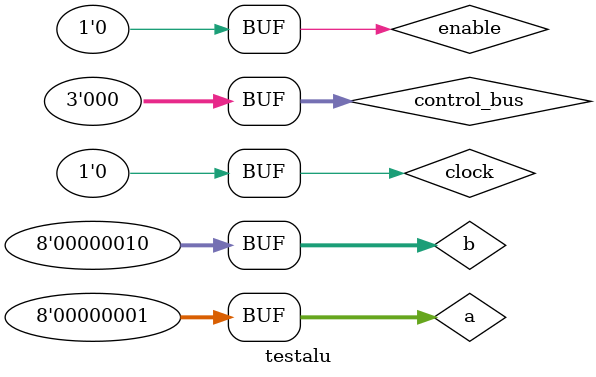
<source format=v>
`timescale 1ns / 1ps


module testalu;

	// Inputs
	reg clock;
	reg enable;
	reg [7:0] a;
	reg [7:0] b;
	reg [2:0] control_bus;

	// Outputs
	wire [7:0] outp;

	// Instantiate the Unit Under Test (UUT)
	alu uut (
		.clock(clock), 
		.enable(enable), 
		.a(a), 
		.b(b), 
		.outp(outp), 
		.control_bus(control_bus)
	);

	initial begin
		// Initialize Inputs
		clock = 0;
		enable = 0;
		a = 0;
		b = 0;
		control_bus = 0;

		// Wait 100 ns for global reset to finish
		#100;
		clock = 1;
		enable = 1;
		a=8'b00000001;
		b=8'b00000010;
		control_bus=3'b0000;
		#100;
		clock = 0;
		enable = 0;
		a=8'b00000001;
		b=8'b00000010;
		control_bus=3'b0000;
      
		// Add stimulus here

	end

	initial
 begin
    $dumpfile("test.vcd");
    $dumpvars(0,testalu);
 end
      
endmodule


</source>
